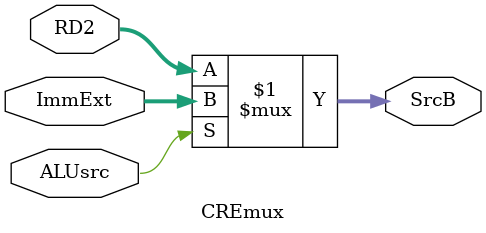
<source format=sv>
module CREmux #(
    parameter DATA_WIDTH = 32
)(
    input logic [DATA_WIDTH-1:0] ImmExt,
    input logic [DATA_WIDTH-1:0] RD2,
    input logic ALUsrc,
    output logic [DATA_WIDTH-1:0] SrcB
);

assign SrcB = (ALUsrc) ? ImmExt  : RD2;

endmodule

</source>
